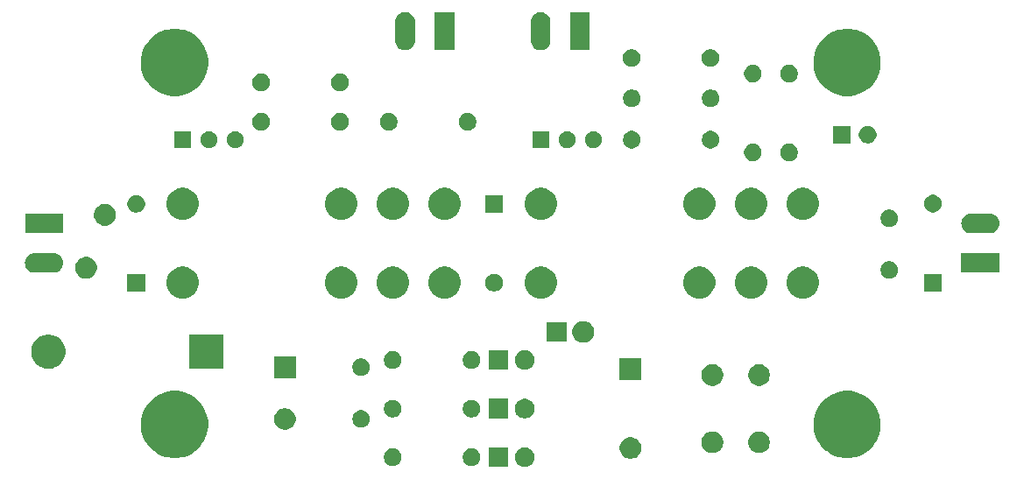
<source format=gbs>
G04 #@! TF.GenerationSoftware,KiCad,Pcbnew,(5.1.5)-3*
G04 #@! TF.CreationDate,2020-06-07T19:07:22+03:00*
G04 #@! TF.ProjectId,WaterLevelController_V1,57617465-724c-4657-9665-6c436f6e7472,rev?*
G04 #@! TF.SameCoordinates,Original*
G04 #@! TF.FileFunction,Soldermask,Bot*
G04 #@! TF.FilePolarity,Negative*
%FSLAX46Y46*%
G04 Gerber Fmt 4.6, Leading zero omitted, Abs format (unit mm)*
G04 Created by KiCad (PCBNEW (5.1.5)-3) date 2020-06-07 19:07:22*
%MOMM*%
%LPD*%
G04 APERTURE LIST*
%ADD10C,0.100000*%
G04 APERTURE END LIST*
D10*
G36*
X151717395Y-119785546D02*
G01*
X151890466Y-119857234D01*
X151959729Y-119903514D01*
X152046227Y-119961310D01*
X152178690Y-120093773D01*
X152221284Y-120157520D01*
X152282766Y-120249534D01*
X152354454Y-120422605D01*
X152391000Y-120606333D01*
X152391000Y-120793667D01*
X152354454Y-120977395D01*
X152282766Y-121150466D01*
X152282765Y-121150467D01*
X152178690Y-121306227D01*
X152046227Y-121438690D01*
X152023092Y-121454148D01*
X151890466Y-121542766D01*
X151717395Y-121614454D01*
X151533667Y-121651000D01*
X151346333Y-121651000D01*
X151162605Y-121614454D01*
X150989534Y-121542766D01*
X150856908Y-121454148D01*
X150833773Y-121438690D01*
X150701310Y-121306227D01*
X150597235Y-121150467D01*
X150597234Y-121150466D01*
X150525546Y-120977395D01*
X150489000Y-120793667D01*
X150489000Y-120606333D01*
X150525546Y-120422605D01*
X150597234Y-120249534D01*
X150658716Y-120157520D01*
X150701310Y-120093773D01*
X150833773Y-119961310D01*
X150920271Y-119903514D01*
X150989534Y-119857234D01*
X151162605Y-119785546D01*
X151346333Y-119749000D01*
X151533667Y-119749000D01*
X151717395Y-119785546D01*
G37*
G36*
X149851000Y-121651000D02*
G01*
X147949000Y-121651000D01*
X147949000Y-119749000D01*
X149851000Y-119749000D01*
X149851000Y-121651000D01*
G37*
G36*
X138932228Y-119881703D02*
G01*
X139087100Y-119945853D01*
X139226481Y-120038985D01*
X139345015Y-120157519D01*
X139438147Y-120296900D01*
X139502297Y-120451772D01*
X139535000Y-120616184D01*
X139535000Y-120783816D01*
X139502297Y-120948228D01*
X139438147Y-121103100D01*
X139345015Y-121242481D01*
X139226481Y-121361015D01*
X139087100Y-121454147D01*
X138932228Y-121518297D01*
X138767816Y-121551000D01*
X138600184Y-121551000D01*
X138435772Y-121518297D01*
X138280900Y-121454147D01*
X138141519Y-121361015D01*
X138022985Y-121242481D01*
X137929853Y-121103100D01*
X137865703Y-120948228D01*
X137833000Y-120783816D01*
X137833000Y-120616184D01*
X137865703Y-120451772D01*
X137929853Y-120296900D01*
X138022985Y-120157519D01*
X138141519Y-120038985D01*
X138280900Y-119945853D01*
X138435772Y-119881703D01*
X138600184Y-119849000D01*
X138767816Y-119849000D01*
X138932228Y-119881703D01*
G37*
G36*
X146552228Y-119881703D02*
G01*
X146707100Y-119945853D01*
X146846481Y-120038985D01*
X146965015Y-120157519D01*
X147058147Y-120296900D01*
X147122297Y-120451772D01*
X147155000Y-120616184D01*
X147155000Y-120783816D01*
X147122297Y-120948228D01*
X147058147Y-121103100D01*
X146965015Y-121242481D01*
X146846481Y-121361015D01*
X146707100Y-121454147D01*
X146552228Y-121518297D01*
X146387816Y-121551000D01*
X146220184Y-121551000D01*
X146055772Y-121518297D01*
X145900900Y-121454147D01*
X145761519Y-121361015D01*
X145642985Y-121242481D01*
X145549853Y-121103100D01*
X145485703Y-120948228D01*
X145453000Y-120783816D01*
X145453000Y-120616184D01*
X145485703Y-120451772D01*
X145549853Y-120296900D01*
X145642985Y-120157519D01*
X145761519Y-120038985D01*
X145900900Y-119945853D01*
X146055772Y-119881703D01*
X146220184Y-119849000D01*
X146387816Y-119849000D01*
X146552228Y-119881703D01*
G37*
G36*
X161977564Y-118789389D02*
G01*
X162168833Y-118868615D01*
X162168835Y-118868616D01*
X162180996Y-118876742D01*
X162340973Y-118983635D01*
X162487365Y-119130027D01*
X162602385Y-119302167D01*
X162681611Y-119493436D01*
X162722000Y-119696484D01*
X162722000Y-119903516D01*
X162681611Y-120106564D01*
X162602771Y-120296900D01*
X162602384Y-120297835D01*
X162487365Y-120469973D01*
X162340973Y-120616365D01*
X162168835Y-120731384D01*
X162168834Y-120731385D01*
X162168833Y-120731385D01*
X161977564Y-120810611D01*
X161774516Y-120851000D01*
X161567484Y-120851000D01*
X161364436Y-120810611D01*
X161173167Y-120731385D01*
X161173166Y-120731385D01*
X161173165Y-120731384D01*
X161001027Y-120616365D01*
X160854635Y-120469973D01*
X160739616Y-120297835D01*
X160739229Y-120296900D01*
X160660389Y-120106564D01*
X160620000Y-119903516D01*
X160620000Y-119696484D01*
X160660389Y-119493436D01*
X160739615Y-119302167D01*
X160854635Y-119130027D01*
X161001027Y-118983635D01*
X161161004Y-118876742D01*
X161173165Y-118868616D01*
X161173167Y-118868615D01*
X161364436Y-118789389D01*
X161567484Y-118749000D01*
X161774516Y-118749000D01*
X161977564Y-118789389D01*
G37*
G36*
X183249239Y-114341467D02*
G01*
X183563282Y-114403934D01*
X184154926Y-114649001D01*
X184687392Y-115004784D01*
X185140216Y-115457608D01*
X185495999Y-115990074D01*
X185741066Y-116581718D01*
X185741066Y-116581719D01*
X185866000Y-117209803D01*
X185866000Y-117850197D01*
X185826058Y-118051000D01*
X185741066Y-118478282D01*
X185495999Y-119069926D01*
X185248265Y-119440685D01*
X185140217Y-119602391D01*
X184687391Y-120055217D01*
X184610543Y-120106565D01*
X184154926Y-120410999D01*
X183563282Y-120656066D01*
X183249239Y-120718533D01*
X182935197Y-120781000D01*
X182294803Y-120781000D01*
X181980761Y-120718533D01*
X181666718Y-120656066D01*
X181075074Y-120410999D01*
X180619457Y-120106565D01*
X180542609Y-120055217D01*
X180089783Y-119602391D01*
X179981735Y-119440685D01*
X179734001Y-119069926D01*
X179488934Y-118478282D01*
X179403942Y-118051000D01*
X179364000Y-117850197D01*
X179364000Y-117209803D01*
X179488934Y-116581719D01*
X179488934Y-116581718D01*
X179734001Y-115990074D01*
X180089784Y-115457608D01*
X180542608Y-115004784D01*
X181075074Y-114649001D01*
X181666718Y-114403934D01*
X181980761Y-114341467D01*
X182294803Y-114279000D01*
X182935197Y-114279000D01*
X183249239Y-114341467D01*
G37*
G36*
X118249239Y-114341467D02*
G01*
X118563282Y-114403934D01*
X119154926Y-114649001D01*
X119687392Y-115004784D01*
X120140216Y-115457608D01*
X120495999Y-115990074D01*
X120741066Y-116581718D01*
X120741066Y-116581719D01*
X120866000Y-117209803D01*
X120866000Y-117850197D01*
X120826058Y-118051000D01*
X120741066Y-118478282D01*
X120495999Y-119069926D01*
X120248265Y-119440685D01*
X120140217Y-119602391D01*
X119687391Y-120055217D01*
X119610543Y-120106565D01*
X119154926Y-120410999D01*
X118563282Y-120656066D01*
X118249239Y-120718533D01*
X117935197Y-120781000D01*
X117294803Y-120781000D01*
X116980761Y-120718533D01*
X116666718Y-120656066D01*
X116075074Y-120410999D01*
X115619457Y-120106565D01*
X115542609Y-120055217D01*
X115089783Y-119602391D01*
X114981735Y-119440685D01*
X114734001Y-119069926D01*
X114488934Y-118478282D01*
X114403942Y-118051000D01*
X114364000Y-117850197D01*
X114364000Y-117209803D01*
X114488934Y-116581719D01*
X114488934Y-116581718D01*
X114734001Y-115990074D01*
X115089784Y-115457608D01*
X115542608Y-115004784D01*
X116075074Y-114649001D01*
X116666718Y-114403934D01*
X116980761Y-114341467D01*
X117294803Y-114279000D01*
X117935197Y-114279000D01*
X118249239Y-114341467D01*
G37*
G36*
X169906564Y-118239389D02*
G01*
X170097833Y-118318615D01*
X170097835Y-118318616D01*
X170269973Y-118433635D01*
X170416365Y-118580027D01*
X170531385Y-118752167D01*
X170610611Y-118943436D01*
X170651000Y-119146484D01*
X170651000Y-119353516D01*
X170610611Y-119556564D01*
X170544417Y-119716371D01*
X170531384Y-119747835D01*
X170416365Y-119919973D01*
X170269973Y-120066365D01*
X170097835Y-120181384D01*
X170097834Y-120181385D01*
X170097833Y-120181385D01*
X169906564Y-120260611D01*
X169703516Y-120301000D01*
X169496484Y-120301000D01*
X169293436Y-120260611D01*
X169102167Y-120181385D01*
X169102166Y-120181385D01*
X169102165Y-120181384D01*
X168930027Y-120066365D01*
X168783635Y-119919973D01*
X168668616Y-119747835D01*
X168655583Y-119716371D01*
X168589389Y-119556564D01*
X168549000Y-119353516D01*
X168549000Y-119146484D01*
X168589389Y-118943436D01*
X168668615Y-118752167D01*
X168783635Y-118580027D01*
X168930027Y-118433635D01*
X169102165Y-118318616D01*
X169102167Y-118318615D01*
X169293436Y-118239389D01*
X169496484Y-118199000D01*
X169703516Y-118199000D01*
X169906564Y-118239389D01*
G37*
G36*
X174406564Y-118239389D02*
G01*
X174597833Y-118318615D01*
X174597835Y-118318616D01*
X174769973Y-118433635D01*
X174916365Y-118580027D01*
X175031385Y-118752167D01*
X175110611Y-118943436D01*
X175151000Y-119146484D01*
X175151000Y-119353516D01*
X175110611Y-119556564D01*
X175044417Y-119716371D01*
X175031384Y-119747835D01*
X174916365Y-119919973D01*
X174769973Y-120066365D01*
X174597835Y-120181384D01*
X174597834Y-120181385D01*
X174597833Y-120181385D01*
X174406564Y-120260611D01*
X174203516Y-120301000D01*
X173996484Y-120301000D01*
X173793436Y-120260611D01*
X173602167Y-120181385D01*
X173602166Y-120181385D01*
X173602165Y-120181384D01*
X173430027Y-120066365D01*
X173283635Y-119919973D01*
X173168616Y-119747835D01*
X173155583Y-119716371D01*
X173089389Y-119556564D01*
X173049000Y-119353516D01*
X173049000Y-119146484D01*
X173089389Y-118943436D01*
X173168615Y-118752167D01*
X173283635Y-118580027D01*
X173430027Y-118433635D01*
X173602165Y-118318616D01*
X173602167Y-118318615D01*
X173793436Y-118239389D01*
X173996484Y-118199000D01*
X174203516Y-118199000D01*
X174406564Y-118239389D01*
G37*
G36*
X128576564Y-115989389D02*
G01*
X128767833Y-116068615D01*
X128767835Y-116068616D01*
X128790583Y-116083816D01*
X128939973Y-116183635D01*
X129086365Y-116330027D01*
X129201385Y-116502167D01*
X129280611Y-116693436D01*
X129321000Y-116896484D01*
X129321000Y-117103516D01*
X129280611Y-117306564D01*
X129206460Y-117485580D01*
X129201384Y-117497835D01*
X129086365Y-117669973D01*
X128939973Y-117816365D01*
X128767835Y-117931384D01*
X128767834Y-117931385D01*
X128767833Y-117931385D01*
X128576564Y-118010611D01*
X128373516Y-118051000D01*
X128166484Y-118051000D01*
X127963436Y-118010611D01*
X127772167Y-117931385D01*
X127772166Y-117931385D01*
X127772165Y-117931384D01*
X127600027Y-117816365D01*
X127453635Y-117669973D01*
X127338616Y-117497835D01*
X127333540Y-117485580D01*
X127259389Y-117306564D01*
X127219000Y-117103516D01*
X127219000Y-116896484D01*
X127259389Y-116693436D01*
X127338615Y-116502167D01*
X127453635Y-116330027D01*
X127600027Y-116183635D01*
X127749417Y-116083816D01*
X127772165Y-116068616D01*
X127772167Y-116068615D01*
X127963436Y-115989389D01*
X128166484Y-115949000D01*
X128373516Y-115949000D01*
X128576564Y-115989389D01*
G37*
G36*
X135884228Y-116181703D02*
G01*
X136039100Y-116245853D01*
X136178481Y-116338985D01*
X136297015Y-116457519D01*
X136390147Y-116596900D01*
X136454297Y-116751772D01*
X136487000Y-116916184D01*
X136487000Y-117083816D01*
X136454297Y-117248228D01*
X136390147Y-117403100D01*
X136297015Y-117542481D01*
X136178481Y-117661015D01*
X136039100Y-117754147D01*
X135884228Y-117818297D01*
X135719816Y-117851000D01*
X135552184Y-117851000D01*
X135387772Y-117818297D01*
X135232900Y-117754147D01*
X135093519Y-117661015D01*
X134974985Y-117542481D01*
X134881853Y-117403100D01*
X134817703Y-117248228D01*
X134785000Y-117083816D01*
X134785000Y-116916184D01*
X134817703Y-116751772D01*
X134881853Y-116596900D01*
X134974985Y-116457519D01*
X135093519Y-116338985D01*
X135232900Y-116245853D01*
X135387772Y-116181703D01*
X135552184Y-116149000D01*
X135719816Y-116149000D01*
X135884228Y-116181703D01*
G37*
G36*
X151717395Y-115085546D02*
G01*
X151890466Y-115157234D01*
X151927086Y-115181703D01*
X152046227Y-115261310D01*
X152178690Y-115393773D01*
X152221284Y-115457520D01*
X152282766Y-115549534D01*
X152354454Y-115722605D01*
X152391000Y-115906333D01*
X152391000Y-116093667D01*
X152354454Y-116277395D01*
X152282766Y-116450466D01*
X152248222Y-116502165D01*
X152178690Y-116606227D01*
X152046227Y-116738690D01*
X152023092Y-116754148D01*
X151890466Y-116842766D01*
X151717395Y-116914454D01*
X151533667Y-116951000D01*
X151346333Y-116951000D01*
X151162605Y-116914454D01*
X150989534Y-116842766D01*
X150856908Y-116754148D01*
X150833773Y-116738690D01*
X150701310Y-116606227D01*
X150631778Y-116502165D01*
X150597234Y-116450466D01*
X150525546Y-116277395D01*
X150489000Y-116093667D01*
X150489000Y-115906333D01*
X150525546Y-115722605D01*
X150597234Y-115549534D01*
X150658716Y-115457520D01*
X150701310Y-115393773D01*
X150833773Y-115261310D01*
X150952914Y-115181703D01*
X150989534Y-115157234D01*
X151162605Y-115085546D01*
X151346333Y-115049000D01*
X151533667Y-115049000D01*
X151717395Y-115085546D01*
G37*
G36*
X149851000Y-116951000D02*
G01*
X147949000Y-116951000D01*
X147949000Y-115049000D01*
X149851000Y-115049000D01*
X149851000Y-116951000D01*
G37*
G36*
X138932228Y-115181703D02*
G01*
X139087100Y-115245853D01*
X139226481Y-115338985D01*
X139345015Y-115457519D01*
X139438147Y-115596900D01*
X139502297Y-115751772D01*
X139535000Y-115916184D01*
X139535000Y-116083816D01*
X139502297Y-116248228D01*
X139438147Y-116403100D01*
X139345015Y-116542481D01*
X139226481Y-116661015D01*
X139087100Y-116754147D01*
X138932228Y-116818297D01*
X138767816Y-116851000D01*
X138600184Y-116851000D01*
X138435772Y-116818297D01*
X138280900Y-116754147D01*
X138141519Y-116661015D01*
X138022985Y-116542481D01*
X137929853Y-116403100D01*
X137865703Y-116248228D01*
X137833000Y-116083816D01*
X137833000Y-115916184D01*
X137865703Y-115751772D01*
X137929853Y-115596900D01*
X138022985Y-115457519D01*
X138141519Y-115338985D01*
X138280900Y-115245853D01*
X138435772Y-115181703D01*
X138600184Y-115149000D01*
X138767816Y-115149000D01*
X138932228Y-115181703D01*
G37*
G36*
X146552228Y-115181703D02*
G01*
X146707100Y-115245853D01*
X146846481Y-115338985D01*
X146965015Y-115457519D01*
X147058147Y-115596900D01*
X147122297Y-115751772D01*
X147155000Y-115916184D01*
X147155000Y-116083816D01*
X147122297Y-116248228D01*
X147058147Y-116403100D01*
X146965015Y-116542481D01*
X146846481Y-116661015D01*
X146707100Y-116754147D01*
X146552228Y-116818297D01*
X146387816Y-116851000D01*
X146220184Y-116851000D01*
X146055772Y-116818297D01*
X145900900Y-116754147D01*
X145761519Y-116661015D01*
X145642985Y-116542481D01*
X145549853Y-116403100D01*
X145485703Y-116248228D01*
X145453000Y-116083816D01*
X145453000Y-115916184D01*
X145485703Y-115751772D01*
X145549853Y-115596900D01*
X145642985Y-115457519D01*
X145761519Y-115338985D01*
X145900900Y-115245853D01*
X146055772Y-115181703D01*
X146220184Y-115149000D01*
X146387816Y-115149000D01*
X146552228Y-115181703D01*
G37*
G36*
X174406564Y-111739389D02*
G01*
X174597833Y-111818615D01*
X174597835Y-111818616D01*
X174769973Y-111933635D01*
X174916365Y-112080027D01*
X175030606Y-112251000D01*
X175031385Y-112252167D01*
X175110611Y-112443436D01*
X175151000Y-112646484D01*
X175151000Y-112853516D01*
X175110611Y-113056564D01*
X175031385Y-113247833D01*
X175031384Y-113247835D01*
X174916365Y-113419973D01*
X174769973Y-113566365D01*
X174597835Y-113681384D01*
X174597834Y-113681385D01*
X174597833Y-113681385D01*
X174406564Y-113760611D01*
X174203516Y-113801000D01*
X173996484Y-113801000D01*
X173793436Y-113760611D01*
X173602167Y-113681385D01*
X173602166Y-113681385D01*
X173602165Y-113681384D01*
X173430027Y-113566365D01*
X173283635Y-113419973D01*
X173168616Y-113247835D01*
X173168615Y-113247833D01*
X173089389Y-113056564D01*
X173049000Y-112853516D01*
X173049000Y-112646484D01*
X173089389Y-112443436D01*
X173168615Y-112252167D01*
X173169395Y-112251000D01*
X173283635Y-112080027D01*
X173430027Y-111933635D01*
X173602165Y-111818616D01*
X173602167Y-111818615D01*
X173793436Y-111739389D01*
X173996484Y-111699000D01*
X174203516Y-111699000D01*
X174406564Y-111739389D01*
G37*
G36*
X169906564Y-111739389D02*
G01*
X170097833Y-111818615D01*
X170097835Y-111818616D01*
X170269973Y-111933635D01*
X170416365Y-112080027D01*
X170530606Y-112251000D01*
X170531385Y-112252167D01*
X170610611Y-112443436D01*
X170651000Y-112646484D01*
X170651000Y-112853516D01*
X170610611Y-113056564D01*
X170531385Y-113247833D01*
X170531384Y-113247835D01*
X170416365Y-113419973D01*
X170269973Y-113566365D01*
X170097835Y-113681384D01*
X170097834Y-113681385D01*
X170097833Y-113681385D01*
X169906564Y-113760611D01*
X169703516Y-113801000D01*
X169496484Y-113801000D01*
X169293436Y-113760611D01*
X169102167Y-113681385D01*
X169102166Y-113681385D01*
X169102165Y-113681384D01*
X168930027Y-113566365D01*
X168783635Y-113419973D01*
X168668616Y-113247835D01*
X168668615Y-113247833D01*
X168589389Y-113056564D01*
X168549000Y-112853516D01*
X168549000Y-112646484D01*
X168589389Y-112443436D01*
X168668615Y-112252167D01*
X168669395Y-112251000D01*
X168783635Y-112080027D01*
X168930027Y-111933635D01*
X169102165Y-111818616D01*
X169102167Y-111818615D01*
X169293436Y-111739389D01*
X169496484Y-111699000D01*
X169703516Y-111699000D01*
X169906564Y-111739389D01*
G37*
G36*
X162722000Y-113251000D02*
G01*
X160620000Y-113251000D01*
X160620000Y-111149000D01*
X162722000Y-111149000D01*
X162722000Y-113251000D01*
G37*
G36*
X129321000Y-113051000D02*
G01*
X127219000Y-113051000D01*
X127219000Y-110949000D01*
X129321000Y-110949000D01*
X129321000Y-113051000D01*
G37*
G36*
X135884228Y-111181703D02*
G01*
X136039100Y-111245853D01*
X136178481Y-111338985D01*
X136297015Y-111457519D01*
X136390147Y-111596900D01*
X136454297Y-111751772D01*
X136487000Y-111916184D01*
X136487000Y-112083816D01*
X136454297Y-112248228D01*
X136390147Y-112403100D01*
X136297015Y-112542481D01*
X136178481Y-112661015D01*
X136039100Y-112754147D01*
X135884228Y-112818297D01*
X135719816Y-112851000D01*
X135552184Y-112851000D01*
X135387772Y-112818297D01*
X135232900Y-112754147D01*
X135093519Y-112661015D01*
X134974985Y-112542481D01*
X134881853Y-112403100D01*
X134817703Y-112248228D01*
X134785000Y-112083816D01*
X134785000Y-111916184D01*
X134817703Y-111751772D01*
X134881853Y-111596900D01*
X134974985Y-111457519D01*
X135093519Y-111338985D01*
X135232900Y-111245853D01*
X135387772Y-111181703D01*
X135552184Y-111149000D01*
X135719816Y-111149000D01*
X135884228Y-111181703D01*
G37*
G36*
X151717395Y-110385546D02*
G01*
X151890466Y-110457234D01*
X151890467Y-110457235D01*
X152046227Y-110561310D01*
X152178690Y-110693773D01*
X152221284Y-110757520D01*
X152282766Y-110849534D01*
X152354454Y-111022605D01*
X152391000Y-111206333D01*
X152391000Y-111393667D01*
X152354454Y-111577395D01*
X152282766Y-111750466D01*
X152282765Y-111750467D01*
X152178690Y-111906227D01*
X152046227Y-112038690D01*
X151978692Y-112083815D01*
X151890466Y-112142766D01*
X151717395Y-112214454D01*
X151533667Y-112251000D01*
X151346333Y-112251000D01*
X151162605Y-112214454D01*
X150989534Y-112142766D01*
X150901308Y-112083815D01*
X150833773Y-112038690D01*
X150701310Y-111906227D01*
X150597235Y-111750467D01*
X150597234Y-111750466D01*
X150525546Y-111577395D01*
X150489000Y-111393667D01*
X150489000Y-111206333D01*
X150525546Y-111022605D01*
X150597234Y-110849534D01*
X150658716Y-110757520D01*
X150701310Y-110693773D01*
X150833773Y-110561310D01*
X150989533Y-110457235D01*
X150989534Y-110457234D01*
X151162605Y-110385546D01*
X151346333Y-110349000D01*
X151533667Y-110349000D01*
X151717395Y-110385546D01*
G37*
G36*
X149851000Y-112251000D02*
G01*
X147949000Y-112251000D01*
X147949000Y-110349000D01*
X149851000Y-110349000D01*
X149851000Y-112251000D01*
G37*
G36*
X138932228Y-110481703D02*
G01*
X139087100Y-110545853D01*
X139226481Y-110638985D01*
X139345015Y-110757519D01*
X139438147Y-110896900D01*
X139502297Y-111051772D01*
X139535000Y-111216184D01*
X139535000Y-111383816D01*
X139502297Y-111548228D01*
X139438147Y-111703100D01*
X139345015Y-111842481D01*
X139226481Y-111961015D01*
X139087100Y-112054147D01*
X138932228Y-112118297D01*
X138767816Y-112151000D01*
X138600184Y-112151000D01*
X138435772Y-112118297D01*
X138280900Y-112054147D01*
X138141519Y-111961015D01*
X138022985Y-111842481D01*
X137929853Y-111703100D01*
X137865703Y-111548228D01*
X137833000Y-111383816D01*
X137833000Y-111216184D01*
X137865703Y-111051772D01*
X137929853Y-110896900D01*
X138022985Y-110757519D01*
X138141519Y-110638985D01*
X138280900Y-110545853D01*
X138435772Y-110481703D01*
X138600184Y-110449000D01*
X138767816Y-110449000D01*
X138932228Y-110481703D01*
G37*
G36*
X146552228Y-110481703D02*
G01*
X146707100Y-110545853D01*
X146846481Y-110638985D01*
X146965015Y-110757519D01*
X147058147Y-110896900D01*
X147122297Y-111051772D01*
X147155000Y-111216184D01*
X147155000Y-111383816D01*
X147122297Y-111548228D01*
X147058147Y-111703100D01*
X146965015Y-111842481D01*
X146846481Y-111961015D01*
X146707100Y-112054147D01*
X146552228Y-112118297D01*
X146387816Y-112151000D01*
X146220184Y-112151000D01*
X146055772Y-112118297D01*
X145900900Y-112054147D01*
X145761519Y-111961015D01*
X145642985Y-111842481D01*
X145549853Y-111703100D01*
X145485703Y-111548228D01*
X145453000Y-111383816D01*
X145453000Y-111216184D01*
X145485703Y-111051772D01*
X145549853Y-110896900D01*
X145642985Y-110757519D01*
X145761519Y-110638985D01*
X145900900Y-110545853D01*
X146055772Y-110481703D01*
X146220184Y-110449000D01*
X146387816Y-110449000D01*
X146552228Y-110481703D01*
G37*
G36*
X105785256Y-108881298D02*
G01*
X105891579Y-108902447D01*
X106192042Y-109026903D01*
X106462451Y-109207585D01*
X106692415Y-109437549D01*
X106873097Y-109707958D01*
X106997553Y-110008421D01*
X107061000Y-110327391D01*
X107061000Y-110652609D01*
X106997553Y-110971579D01*
X106873097Y-111272042D01*
X106692415Y-111542451D01*
X106462451Y-111772415D01*
X106192042Y-111953097D01*
X106192041Y-111953098D01*
X106192040Y-111953098D01*
X106104037Y-111989550D01*
X105891579Y-112077553D01*
X105785256Y-112098702D01*
X105572611Y-112141000D01*
X105247389Y-112141000D01*
X105034744Y-112098702D01*
X104928421Y-112077553D01*
X104715963Y-111989550D01*
X104627960Y-111953098D01*
X104627959Y-111953098D01*
X104627958Y-111953097D01*
X104357549Y-111772415D01*
X104127585Y-111542451D01*
X103946903Y-111272042D01*
X103822447Y-110971579D01*
X103759000Y-110652609D01*
X103759000Y-110327391D01*
X103822447Y-110008421D01*
X103946903Y-109707958D01*
X104127585Y-109437549D01*
X104357549Y-109207585D01*
X104627958Y-109026903D01*
X104928421Y-108902447D01*
X105034744Y-108881298D01*
X105247389Y-108839000D01*
X105572611Y-108839000D01*
X105785256Y-108881298D01*
G37*
G36*
X122301000Y-112141000D02*
G01*
X118999000Y-112141000D01*
X118999000Y-108839000D01*
X122301000Y-108839000D01*
X122301000Y-112141000D01*
G37*
G36*
X157405564Y-107574389D02*
G01*
X157596833Y-107653615D01*
X157596835Y-107653616D01*
X157768973Y-107768635D01*
X157915365Y-107915027D01*
X158030385Y-108087167D01*
X158109611Y-108278436D01*
X158150000Y-108481484D01*
X158150000Y-108688516D01*
X158109611Y-108891564D01*
X158105103Y-108902447D01*
X158030384Y-109082835D01*
X157915365Y-109254973D01*
X157768973Y-109401365D01*
X157596835Y-109516384D01*
X157596834Y-109516385D01*
X157596833Y-109516385D01*
X157405564Y-109595611D01*
X157202516Y-109636000D01*
X156995484Y-109636000D01*
X156792436Y-109595611D01*
X156601167Y-109516385D01*
X156601166Y-109516385D01*
X156601165Y-109516384D01*
X156429027Y-109401365D01*
X156282635Y-109254973D01*
X156167616Y-109082835D01*
X156092897Y-108902447D01*
X156088389Y-108891564D01*
X156048000Y-108688516D01*
X156048000Y-108481484D01*
X156088389Y-108278436D01*
X156167615Y-108087167D01*
X156282635Y-107915027D01*
X156429027Y-107768635D01*
X156601165Y-107653616D01*
X156601167Y-107653615D01*
X156792436Y-107574389D01*
X156995484Y-107534000D01*
X157202516Y-107534000D01*
X157405564Y-107574389D01*
G37*
G36*
X155510000Y-109536000D02*
G01*
X153608000Y-109536000D01*
X153608000Y-107634000D01*
X155510000Y-107634000D01*
X155510000Y-109536000D01*
G37*
G36*
X139022585Y-102298802D02*
G01*
X139172410Y-102328604D01*
X139454674Y-102445521D01*
X139708705Y-102615259D01*
X139924741Y-102831295D01*
X140094479Y-103085326D01*
X140211396Y-103367590D01*
X140271000Y-103667240D01*
X140271000Y-103972760D01*
X140211396Y-104272410D01*
X140094479Y-104554674D01*
X139924741Y-104808705D01*
X139708705Y-105024741D01*
X139454674Y-105194479D01*
X139172410Y-105311396D01*
X139022585Y-105341198D01*
X138872761Y-105371000D01*
X138567239Y-105371000D01*
X138417415Y-105341198D01*
X138267590Y-105311396D01*
X137985326Y-105194479D01*
X137731295Y-105024741D01*
X137515259Y-104808705D01*
X137345521Y-104554674D01*
X137228604Y-104272410D01*
X137169000Y-103972760D01*
X137169000Y-103667240D01*
X137228604Y-103367590D01*
X137345521Y-103085326D01*
X137515259Y-102831295D01*
X137731295Y-102615259D01*
X137985326Y-102445521D01*
X138267590Y-102328604D01*
X138417415Y-102298802D01*
X138567239Y-102269000D01*
X138872761Y-102269000D01*
X139022585Y-102298802D01*
G37*
G36*
X144022585Y-102298802D02*
G01*
X144172410Y-102328604D01*
X144454674Y-102445521D01*
X144708705Y-102615259D01*
X144924741Y-102831295D01*
X145094479Y-103085326D01*
X145211396Y-103367590D01*
X145271000Y-103667240D01*
X145271000Y-103972760D01*
X145211396Y-104272410D01*
X145094479Y-104554674D01*
X144924741Y-104808705D01*
X144708705Y-105024741D01*
X144454674Y-105194479D01*
X144172410Y-105311396D01*
X144022585Y-105341198D01*
X143872761Y-105371000D01*
X143567239Y-105371000D01*
X143417415Y-105341198D01*
X143267590Y-105311396D01*
X142985326Y-105194479D01*
X142731295Y-105024741D01*
X142515259Y-104808705D01*
X142345521Y-104554674D01*
X142228604Y-104272410D01*
X142169000Y-103972760D01*
X142169000Y-103667240D01*
X142228604Y-103367590D01*
X142345521Y-103085326D01*
X142515259Y-102831295D01*
X142731295Y-102615259D01*
X142985326Y-102445521D01*
X143267590Y-102328604D01*
X143417415Y-102298802D01*
X143567239Y-102269000D01*
X143872761Y-102269000D01*
X144022585Y-102298802D01*
G37*
G36*
X134022585Y-102298802D02*
G01*
X134172410Y-102328604D01*
X134454674Y-102445521D01*
X134708705Y-102615259D01*
X134924741Y-102831295D01*
X135094479Y-103085326D01*
X135211396Y-103367590D01*
X135271000Y-103667240D01*
X135271000Y-103972760D01*
X135211396Y-104272410D01*
X135094479Y-104554674D01*
X134924741Y-104808705D01*
X134708705Y-105024741D01*
X134454674Y-105194479D01*
X134172410Y-105311396D01*
X134022585Y-105341198D01*
X133872761Y-105371000D01*
X133567239Y-105371000D01*
X133417415Y-105341198D01*
X133267590Y-105311396D01*
X132985326Y-105194479D01*
X132731295Y-105024741D01*
X132515259Y-104808705D01*
X132345521Y-104554674D01*
X132228604Y-104272410D01*
X132169000Y-103972760D01*
X132169000Y-103667240D01*
X132228604Y-103367590D01*
X132345521Y-103085326D01*
X132515259Y-102831295D01*
X132731295Y-102615259D01*
X132985326Y-102445521D01*
X133267590Y-102328604D01*
X133417415Y-102298802D01*
X133567239Y-102269000D01*
X133872761Y-102269000D01*
X134022585Y-102298802D01*
G37*
G36*
X118702585Y-102298802D02*
G01*
X118852410Y-102328604D01*
X119134674Y-102445521D01*
X119388705Y-102615259D01*
X119604741Y-102831295D01*
X119774479Y-103085326D01*
X119891396Y-103367590D01*
X119951000Y-103667240D01*
X119951000Y-103972760D01*
X119891396Y-104272410D01*
X119774479Y-104554674D01*
X119604741Y-104808705D01*
X119388705Y-105024741D01*
X119134674Y-105194479D01*
X118852410Y-105311396D01*
X118702585Y-105341198D01*
X118552761Y-105371000D01*
X118247239Y-105371000D01*
X118097415Y-105341198D01*
X117947590Y-105311396D01*
X117665326Y-105194479D01*
X117411295Y-105024741D01*
X117195259Y-104808705D01*
X117025521Y-104554674D01*
X116908604Y-104272410D01*
X116849000Y-103972760D01*
X116849000Y-103667240D01*
X116908604Y-103367590D01*
X117025521Y-103085326D01*
X117195259Y-102831295D01*
X117411295Y-102615259D01*
X117665326Y-102445521D01*
X117947590Y-102328604D01*
X118097415Y-102298802D01*
X118247239Y-102269000D01*
X118552761Y-102269000D01*
X118702585Y-102298802D01*
G37*
G36*
X153302585Y-102298802D02*
G01*
X153452410Y-102328604D01*
X153734674Y-102445521D01*
X153988705Y-102615259D01*
X154204741Y-102831295D01*
X154374479Y-103085326D01*
X154491396Y-103367590D01*
X154551000Y-103667240D01*
X154551000Y-103972760D01*
X154491396Y-104272410D01*
X154374479Y-104554674D01*
X154204741Y-104808705D01*
X153988705Y-105024741D01*
X153734674Y-105194479D01*
X153452410Y-105311396D01*
X153302585Y-105341198D01*
X153152761Y-105371000D01*
X152847239Y-105371000D01*
X152697415Y-105341198D01*
X152547590Y-105311396D01*
X152265326Y-105194479D01*
X152011295Y-105024741D01*
X151795259Y-104808705D01*
X151625521Y-104554674D01*
X151508604Y-104272410D01*
X151449000Y-103972760D01*
X151449000Y-103667240D01*
X151508604Y-103367590D01*
X151625521Y-103085326D01*
X151795259Y-102831295D01*
X152011295Y-102615259D01*
X152265326Y-102445521D01*
X152547590Y-102328604D01*
X152697415Y-102298802D01*
X152847239Y-102269000D01*
X153152761Y-102269000D01*
X153302585Y-102298802D01*
G37*
G36*
X178622585Y-102298802D02*
G01*
X178772410Y-102328604D01*
X179054674Y-102445521D01*
X179308705Y-102615259D01*
X179524741Y-102831295D01*
X179694479Y-103085326D01*
X179811396Y-103367590D01*
X179871000Y-103667240D01*
X179871000Y-103972760D01*
X179811396Y-104272410D01*
X179694479Y-104554674D01*
X179524741Y-104808705D01*
X179308705Y-105024741D01*
X179054674Y-105194479D01*
X178772410Y-105311396D01*
X178622585Y-105341198D01*
X178472761Y-105371000D01*
X178167239Y-105371000D01*
X178017415Y-105341198D01*
X177867590Y-105311396D01*
X177585326Y-105194479D01*
X177331295Y-105024741D01*
X177115259Y-104808705D01*
X176945521Y-104554674D01*
X176828604Y-104272410D01*
X176769000Y-103972760D01*
X176769000Y-103667240D01*
X176828604Y-103367590D01*
X176945521Y-103085326D01*
X177115259Y-102831295D01*
X177331295Y-102615259D01*
X177585326Y-102445521D01*
X177867590Y-102328604D01*
X178017415Y-102298802D01*
X178167239Y-102269000D01*
X178472761Y-102269000D01*
X178622585Y-102298802D01*
G37*
G36*
X168622585Y-102298802D02*
G01*
X168772410Y-102328604D01*
X169054674Y-102445521D01*
X169308705Y-102615259D01*
X169524741Y-102831295D01*
X169694479Y-103085326D01*
X169811396Y-103367590D01*
X169871000Y-103667240D01*
X169871000Y-103972760D01*
X169811396Y-104272410D01*
X169694479Y-104554674D01*
X169524741Y-104808705D01*
X169308705Y-105024741D01*
X169054674Y-105194479D01*
X168772410Y-105311396D01*
X168622585Y-105341198D01*
X168472761Y-105371000D01*
X168167239Y-105371000D01*
X168017415Y-105341198D01*
X167867590Y-105311396D01*
X167585326Y-105194479D01*
X167331295Y-105024741D01*
X167115259Y-104808705D01*
X166945521Y-104554674D01*
X166828604Y-104272410D01*
X166769000Y-103972760D01*
X166769000Y-103667240D01*
X166828604Y-103367590D01*
X166945521Y-103085326D01*
X167115259Y-102831295D01*
X167331295Y-102615259D01*
X167585326Y-102445521D01*
X167867590Y-102328604D01*
X168017415Y-102298802D01*
X168167239Y-102269000D01*
X168472761Y-102269000D01*
X168622585Y-102298802D01*
G37*
G36*
X173622585Y-102298802D02*
G01*
X173772410Y-102328604D01*
X174054674Y-102445521D01*
X174308705Y-102615259D01*
X174524741Y-102831295D01*
X174694479Y-103085326D01*
X174811396Y-103367590D01*
X174871000Y-103667240D01*
X174871000Y-103972760D01*
X174811396Y-104272410D01*
X174694479Y-104554674D01*
X174524741Y-104808705D01*
X174308705Y-105024741D01*
X174054674Y-105194479D01*
X173772410Y-105311396D01*
X173622585Y-105341198D01*
X173472761Y-105371000D01*
X173167239Y-105371000D01*
X173017415Y-105341198D01*
X172867590Y-105311396D01*
X172585326Y-105194479D01*
X172331295Y-105024741D01*
X172115259Y-104808705D01*
X171945521Y-104554674D01*
X171828604Y-104272410D01*
X171769000Y-103972760D01*
X171769000Y-103667240D01*
X171828604Y-103367590D01*
X171945521Y-103085326D01*
X172115259Y-102831295D01*
X172331295Y-102615259D01*
X172585326Y-102445521D01*
X172867590Y-102328604D01*
X173017415Y-102298802D01*
X173167239Y-102269000D01*
X173472761Y-102269000D01*
X173622585Y-102298802D01*
G37*
G36*
X191751000Y-104671000D02*
G01*
X190049000Y-104671000D01*
X190049000Y-102969000D01*
X191751000Y-102969000D01*
X191751000Y-104671000D01*
G37*
G36*
X148748228Y-103001703D02*
G01*
X148903100Y-103065853D01*
X149042481Y-103158985D01*
X149161015Y-103277519D01*
X149254147Y-103416900D01*
X149318297Y-103571772D01*
X149351000Y-103736184D01*
X149351000Y-103903816D01*
X149318297Y-104068228D01*
X149254147Y-104223100D01*
X149161015Y-104362481D01*
X149042481Y-104481015D01*
X148903100Y-104574147D01*
X148748228Y-104638297D01*
X148583816Y-104671000D01*
X148416184Y-104671000D01*
X148251772Y-104638297D01*
X148096900Y-104574147D01*
X147957519Y-104481015D01*
X147838985Y-104362481D01*
X147745853Y-104223100D01*
X147681703Y-104068228D01*
X147649000Y-103903816D01*
X147649000Y-103736184D01*
X147681703Y-103571772D01*
X147745853Y-103416900D01*
X147838985Y-103277519D01*
X147957519Y-103158985D01*
X148096900Y-103065853D01*
X148251772Y-103001703D01*
X148416184Y-102969000D01*
X148583816Y-102969000D01*
X148748228Y-103001703D01*
G37*
G36*
X114751000Y-104671000D02*
G01*
X113049000Y-104671000D01*
X113049000Y-102969000D01*
X114751000Y-102969000D01*
X114751000Y-104671000D01*
G37*
G36*
X186938228Y-101781703D02*
G01*
X187093100Y-101845853D01*
X187232481Y-101938985D01*
X187351015Y-102057519D01*
X187444147Y-102196900D01*
X187508297Y-102351772D01*
X187541000Y-102516184D01*
X187541000Y-102683816D01*
X187508297Y-102848228D01*
X187444147Y-103003100D01*
X187351015Y-103142481D01*
X187232481Y-103261015D01*
X187093100Y-103354147D01*
X186938228Y-103418297D01*
X186773816Y-103451000D01*
X186606184Y-103451000D01*
X186441772Y-103418297D01*
X186286900Y-103354147D01*
X186147519Y-103261015D01*
X186028985Y-103142481D01*
X185935853Y-103003100D01*
X185871703Y-102848228D01*
X185839000Y-102683816D01*
X185839000Y-102516184D01*
X185871703Y-102351772D01*
X185935853Y-102196900D01*
X186028985Y-102057519D01*
X186147519Y-101938985D01*
X186286900Y-101845853D01*
X186441772Y-101781703D01*
X186606184Y-101749000D01*
X186773816Y-101749000D01*
X186938228Y-101781703D01*
G37*
G36*
X109273615Y-101326290D02*
G01*
X109375624Y-101346581D01*
X109567804Y-101426185D01*
X109740761Y-101541751D01*
X109887849Y-101688839D01*
X110003415Y-101861796D01*
X110083019Y-102053976D01*
X110123600Y-102257993D01*
X110123600Y-102466007D01*
X110083019Y-102670024D01*
X110003415Y-102862204D01*
X109887849Y-103035161D01*
X109740761Y-103182249D01*
X109567804Y-103297815D01*
X109375624Y-103377419D01*
X109273615Y-103397710D01*
X109171608Y-103418000D01*
X108963592Y-103418000D01*
X108861585Y-103397710D01*
X108759576Y-103377419D01*
X108567396Y-103297815D01*
X108394439Y-103182249D01*
X108247351Y-103035161D01*
X108131785Y-102862204D01*
X108052181Y-102670024D01*
X108011600Y-102466007D01*
X108011600Y-102257993D01*
X108052181Y-102053976D01*
X108131785Y-101861796D01*
X108247351Y-101688839D01*
X108394439Y-101541751D01*
X108567396Y-101426185D01*
X108759576Y-101346581D01*
X108861585Y-101326290D01*
X108963592Y-101306000D01*
X109171608Y-101306000D01*
X109273615Y-101326290D01*
G37*
G36*
X106086425Y-100972760D02*
G01*
X106086428Y-100972761D01*
X106086429Y-100972761D01*
X106265693Y-101027140D01*
X106265696Y-101027142D01*
X106265697Y-101027142D01*
X106430903Y-101115446D01*
X106575712Y-101234288D01*
X106694554Y-101379097D01*
X106719723Y-101426186D01*
X106782860Y-101544307D01*
X106826703Y-101688839D01*
X106837240Y-101723575D01*
X106855601Y-101910000D01*
X106837240Y-102096425D01*
X106837239Y-102096428D01*
X106837239Y-102096429D01*
X106782860Y-102275693D01*
X106782858Y-102275696D01*
X106782858Y-102275697D01*
X106694554Y-102440903D01*
X106575712Y-102585712D01*
X106430903Y-102704554D01*
X106265697Y-102792858D01*
X106265693Y-102792860D01*
X106086429Y-102847239D01*
X106086428Y-102847239D01*
X106086425Y-102847240D01*
X105946718Y-102861000D01*
X104053282Y-102861000D01*
X103913575Y-102847240D01*
X103913572Y-102847239D01*
X103913571Y-102847239D01*
X103734307Y-102792860D01*
X103734303Y-102792858D01*
X103569097Y-102704554D01*
X103424288Y-102585712D01*
X103305446Y-102440903D01*
X103217142Y-102275697D01*
X103217142Y-102275696D01*
X103217140Y-102275693D01*
X103162761Y-102096429D01*
X103162761Y-102096428D01*
X103162760Y-102096425D01*
X103144399Y-101910000D01*
X103162760Y-101723575D01*
X103173297Y-101688839D01*
X103217140Y-101544307D01*
X103280277Y-101426186D01*
X103305446Y-101379097D01*
X103424288Y-101234288D01*
X103569097Y-101115446D01*
X103734303Y-101027142D01*
X103734304Y-101027142D01*
X103734307Y-101027140D01*
X103913571Y-100972761D01*
X103913572Y-100972761D01*
X103913575Y-100972760D01*
X104053282Y-100959000D01*
X105946718Y-100959000D01*
X106086425Y-100972760D01*
G37*
G36*
X197351000Y-102851000D02*
G01*
X193649000Y-102851000D01*
X193649000Y-100949000D01*
X197351000Y-100949000D01*
X197351000Y-102851000D01*
G37*
G36*
X106851000Y-99051000D02*
G01*
X103149000Y-99051000D01*
X103149000Y-97149000D01*
X106851000Y-97149000D01*
X106851000Y-99051000D01*
G37*
G36*
X196586425Y-97152760D02*
G01*
X196586428Y-97152761D01*
X196586429Y-97152761D01*
X196765693Y-97207140D01*
X196765696Y-97207142D01*
X196765697Y-97207142D01*
X196930903Y-97295446D01*
X197075712Y-97414288D01*
X197194554Y-97559097D01*
X197261217Y-97683816D01*
X197282860Y-97724307D01*
X197294356Y-97762205D01*
X197337240Y-97903575D01*
X197355601Y-98090000D01*
X197337240Y-98276425D01*
X197337239Y-98276428D01*
X197337239Y-98276429D01*
X197282860Y-98455693D01*
X197282858Y-98455696D01*
X197282858Y-98455697D01*
X197194554Y-98620903D01*
X197075712Y-98765712D01*
X196930903Y-98884554D01*
X196765697Y-98972858D01*
X196765693Y-98972860D01*
X196586429Y-99027239D01*
X196586428Y-99027239D01*
X196586425Y-99027240D01*
X196446718Y-99041000D01*
X194553282Y-99041000D01*
X194413575Y-99027240D01*
X194413572Y-99027239D01*
X194413571Y-99027239D01*
X194234307Y-98972860D01*
X194234303Y-98972858D01*
X194069097Y-98884554D01*
X193924288Y-98765712D01*
X193805446Y-98620903D01*
X193717142Y-98455697D01*
X193717142Y-98455696D01*
X193717140Y-98455693D01*
X193662761Y-98276429D01*
X193662761Y-98276428D01*
X193662760Y-98276425D01*
X193644399Y-98090000D01*
X193662760Y-97903575D01*
X193705644Y-97762205D01*
X193717140Y-97724307D01*
X193738783Y-97683816D01*
X193805446Y-97559097D01*
X193924288Y-97414288D01*
X194069097Y-97295446D01*
X194234303Y-97207142D01*
X194234304Y-97207142D01*
X194234307Y-97207140D01*
X194413571Y-97152761D01*
X194413572Y-97152761D01*
X194413575Y-97152760D01*
X194553282Y-97139000D01*
X196446718Y-97139000D01*
X196586425Y-97152760D01*
G37*
G36*
X186938228Y-96781703D02*
G01*
X187093100Y-96845853D01*
X187232481Y-96938985D01*
X187351015Y-97057519D01*
X187444147Y-97196900D01*
X187508297Y-97351772D01*
X187541000Y-97516184D01*
X187541000Y-97683816D01*
X187508297Y-97848228D01*
X187444147Y-98003100D01*
X187351015Y-98142481D01*
X187232481Y-98261015D01*
X187093100Y-98354147D01*
X186938228Y-98418297D01*
X186773816Y-98451000D01*
X186606184Y-98451000D01*
X186441772Y-98418297D01*
X186286900Y-98354147D01*
X186147519Y-98261015D01*
X186028985Y-98142481D01*
X185935853Y-98003100D01*
X185871703Y-97848228D01*
X185839000Y-97683816D01*
X185839000Y-97516184D01*
X185871703Y-97351772D01*
X185935853Y-97196900D01*
X186028985Y-97057519D01*
X186147519Y-96938985D01*
X186286900Y-96845853D01*
X186441772Y-96781703D01*
X186606184Y-96749000D01*
X186773816Y-96749000D01*
X186938228Y-96781703D01*
G37*
G36*
X111073616Y-96226291D02*
G01*
X111175624Y-96246581D01*
X111367804Y-96326185D01*
X111540761Y-96441751D01*
X111687849Y-96588839D01*
X111803415Y-96761796D01*
X111876809Y-96938985D01*
X111883019Y-96953977D01*
X111923600Y-97157992D01*
X111923600Y-97366008D01*
X111903310Y-97468015D01*
X111883019Y-97570024D01*
X111803415Y-97762204D01*
X111687849Y-97935161D01*
X111540761Y-98082249D01*
X111367804Y-98197815D01*
X111175624Y-98277419D01*
X111073615Y-98297710D01*
X110971608Y-98318000D01*
X110763592Y-98318000D01*
X110661585Y-98297710D01*
X110559576Y-98277419D01*
X110367396Y-98197815D01*
X110194439Y-98082249D01*
X110047351Y-97935161D01*
X109931785Y-97762204D01*
X109852181Y-97570024D01*
X109831890Y-97468015D01*
X109811600Y-97366008D01*
X109811600Y-97157992D01*
X109852181Y-96953977D01*
X109858391Y-96938985D01*
X109931785Y-96761796D01*
X110047351Y-96588839D01*
X110194439Y-96441751D01*
X110367396Y-96326185D01*
X110559576Y-96246581D01*
X110661585Y-96226290D01*
X110763592Y-96206000D01*
X110971608Y-96206000D01*
X111073616Y-96226291D01*
G37*
G36*
X178622585Y-94678802D02*
G01*
X178772410Y-94708604D01*
X179054674Y-94825521D01*
X179308705Y-94995259D01*
X179524741Y-95211295D01*
X179694479Y-95465326D01*
X179811396Y-95747590D01*
X179871000Y-96047240D01*
X179871000Y-96352760D01*
X179811396Y-96652410D01*
X179694479Y-96934674D01*
X179524741Y-97188705D01*
X179308705Y-97404741D01*
X179054674Y-97574479D01*
X178772410Y-97691396D01*
X178622585Y-97721198D01*
X178472761Y-97751000D01*
X178167239Y-97751000D01*
X178017415Y-97721198D01*
X177867590Y-97691396D01*
X177585326Y-97574479D01*
X177331295Y-97404741D01*
X177115259Y-97188705D01*
X176945521Y-96934674D01*
X176828604Y-96652410D01*
X176769000Y-96352760D01*
X176769000Y-96047240D01*
X176828604Y-95747590D01*
X176945521Y-95465326D01*
X177115259Y-95211295D01*
X177331295Y-94995259D01*
X177585326Y-94825521D01*
X177867590Y-94708604D01*
X178017415Y-94678802D01*
X178167239Y-94649000D01*
X178472761Y-94649000D01*
X178622585Y-94678802D01*
G37*
G36*
X168622585Y-94678802D02*
G01*
X168772410Y-94708604D01*
X169054674Y-94825521D01*
X169308705Y-94995259D01*
X169524741Y-95211295D01*
X169694479Y-95465326D01*
X169811396Y-95747590D01*
X169871000Y-96047240D01*
X169871000Y-96352760D01*
X169811396Y-96652410D01*
X169694479Y-96934674D01*
X169524741Y-97188705D01*
X169308705Y-97404741D01*
X169054674Y-97574479D01*
X168772410Y-97691396D01*
X168622585Y-97721198D01*
X168472761Y-97751000D01*
X168167239Y-97751000D01*
X168017415Y-97721198D01*
X167867590Y-97691396D01*
X167585326Y-97574479D01*
X167331295Y-97404741D01*
X167115259Y-97188705D01*
X166945521Y-96934674D01*
X166828604Y-96652410D01*
X166769000Y-96352760D01*
X166769000Y-96047240D01*
X166828604Y-95747590D01*
X166945521Y-95465326D01*
X167115259Y-95211295D01*
X167331295Y-94995259D01*
X167585326Y-94825521D01*
X167867590Y-94708604D01*
X168017415Y-94678802D01*
X168167239Y-94649000D01*
X168472761Y-94649000D01*
X168622585Y-94678802D01*
G37*
G36*
X173622585Y-94678802D02*
G01*
X173772410Y-94708604D01*
X174054674Y-94825521D01*
X174308705Y-94995259D01*
X174524741Y-95211295D01*
X174694479Y-95465326D01*
X174811396Y-95747590D01*
X174871000Y-96047240D01*
X174871000Y-96352760D01*
X174811396Y-96652410D01*
X174694479Y-96934674D01*
X174524741Y-97188705D01*
X174308705Y-97404741D01*
X174054674Y-97574479D01*
X173772410Y-97691396D01*
X173622585Y-97721198D01*
X173472761Y-97751000D01*
X173167239Y-97751000D01*
X173017415Y-97721198D01*
X172867590Y-97691396D01*
X172585326Y-97574479D01*
X172331295Y-97404741D01*
X172115259Y-97188705D01*
X171945521Y-96934674D01*
X171828604Y-96652410D01*
X171769000Y-96352760D01*
X171769000Y-96047240D01*
X171828604Y-95747590D01*
X171945521Y-95465326D01*
X172115259Y-95211295D01*
X172331295Y-94995259D01*
X172585326Y-94825521D01*
X172867590Y-94708604D01*
X173017415Y-94678802D01*
X173167239Y-94649000D01*
X173472761Y-94649000D01*
X173622585Y-94678802D01*
G37*
G36*
X153302585Y-94678802D02*
G01*
X153452410Y-94708604D01*
X153734674Y-94825521D01*
X153988705Y-94995259D01*
X154204741Y-95211295D01*
X154374479Y-95465326D01*
X154491396Y-95747590D01*
X154551000Y-96047240D01*
X154551000Y-96352760D01*
X154491396Y-96652410D01*
X154374479Y-96934674D01*
X154204741Y-97188705D01*
X153988705Y-97404741D01*
X153734674Y-97574479D01*
X153452410Y-97691396D01*
X153302585Y-97721198D01*
X153152761Y-97751000D01*
X152847239Y-97751000D01*
X152697415Y-97721198D01*
X152547590Y-97691396D01*
X152265326Y-97574479D01*
X152011295Y-97404741D01*
X151795259Y-97188705D01*
X151625521Y-96934674D01*
X151508604Y-96652410D01*
X151449000Y-96352760D01*
X151449000Y-96047240D01*
X151508604Y-95747590D01*
X151625521Y-95465326D01*
X151795259Y-95211295D01*
X152011295Y-94995259D01*
X152265326Y-94825521D01*
X152547590Y-94708604D01*
X152697415Y-94678802D01*
X152847239Y-94649000D01*
X153152761Y-94649000D01*
X153302585Y-94678802D01*
G37*
G36*
X144022585Y-94678802D02*
G01*
X144172410Y-94708604D01*
X144454674Y-94825521D01*
X144708705Y-94995259D01*
X144924741Y-95211295D01*
X145094479Y-95465326D01*
X145211396Y-95747590D01*
X145271000Y-96047240D01*
X145271000Y-96352760D01*
X145211396Y-96652410D01*
X145094479Y-96934674D01*
X144924741Y-97188705D01*
X144708705Y-97404741D01*
X144454674Y-97574479D01*
X144172410Y-97691396D01*
X144022585Y-97721198D01*
X143872761Y-97751000D01*
X143567239Y-97751000D01*
X143417415Y-97721198D01*
X143267590Y-97691396D01*
X142985326Y-97574479D01*
X142731295Y-97404741D01*
X142515259Y-97188705D01*
X142345521Y-96934674D01*
X142228604Y-96652410D01*
X142169000Y-96352760D01*
X142169000Y-96047240D01*
X142228604Y-95747590D01*
X142345521Y-95465326D01*
X142515259Y-95211295D01*
X142731295Y-94995259D01*
X142985326Y-94825521D01*
X143267590Y-94708604D01*
X143417415Y-94678802D01*
X143567239Y-94649000D01*
X143872761Y-94649000D01*
X144022585Y-94678802D01*
G37*
G36*
X139022585Y-94678802D02*
G01*
X139172410Y-94708604D01*
X139454674Y-94825521D01*
X139708705Y-94995259D01*
X139924741Y-95211295D01*
X140094479Y-95465326D01*
X140211396Y-95747590D01*
X140271000Y-96047240D01*
X140271000Y-96352760D01*
X140211396Y-96652410D01*
X140094479Y-96934674D01*
X139924741Y-97188705D01*
X139708705Y-97404741D01*
X139454674Y-97574479D01*
X139172410Y-97691396D01*
X139022585Y-97721198D01*
X138872761Y-97751000D01*
X138567239Y-97751000D01*
X138417415Y-97721198D01*
X138267590Y-97691396D01*
X137985326Y-97574479D01*
X137731295Y-97404741D01*
X137515259Y-97188705D01*
X137345521Y-96934674D01*
X137228604Y-96652410D01*
X137169000Y-96352760D01*
X137169000Y-96047240D01*
X137228604Y-95747590D01*
X137345521Y-95465326D01*
X137515259Y-95211295D01*
X137731295Y-94995259D01*
X137985326Y-94825521D01*
X138267590Y-94708604D01*
X138417415Y-94678802D01*
X138567239Y-94649000D01*
X138872761Y-94649000D01*
X139022585Y-94678802D01*
G37*
G36*
X134022585Y-94678802D02*
G01*
X134172410Y-94708604D01*
X134454674Y-94825521D01*
X134708705Y-94995259D01*
X134924741Y-95211295D01*
X135094479Y-95465326D01*
X135211396Y-95747590D01*
X135271000Y-96047240D01*
X135271000Y-96352760D01*
X135211396Y-96652410D01*
X135094479Y-96934674D01*
X134924741Y-97188705D01*
X134708705Y-97404741D01*
X134454674Y-97574479D01*
X134172410Y-97691396D01*
X134022585Y-97721198D01*
X133872761Y-97751000D01*
X133567239Y-97751000D01*
X133417415Y-97721198D01*
X133267590Y-97691396D01*
X132985326Y-97574479D01*
X132731295Y-97404741D01*
X132515259Y-97188705D01*
X132345521Y-96934674D01*
X132228604Y-96652410D01*
X132169000Y-96352760D01*
X132169000Y-96047240D01*
X132228604Y-95747590D01*
X132345521Y-95465326D01*
X132515259Y-95211295D01*
X132731295Y-94995259D01*
X132985326Y-94825521D01*
X133267590Y-94708604D01*
X133417415Y-94678802D01*
X133567239Y-94649000D01*
X133872761Y-94649000D01*
X134022585Y-94678802D01*
G37*
G36*
X118702585Y-94678802D02*
G01*
X118852410Y-94708604D01*
X119134674Y-94825521D01*
X119388705Y-94995259D01*
X119604741Y-95211295D01*
X119774479Y-95465326D01*
X119891396Y-95747590D01*
X119951000Y-96047240D01*
X119951000Y-96352760D01*
X119891396Y-96652410D01*
X119774479Y-96934674D01*
X119604741Y-97188705D01*
X119388705Y-97404741D01*
X119134674Y-97574479D01*
X118852410Y-97691396D01*
X118702585Y-97721198D01*
X118552761Y-97751000D01*
X118247239Y-97751000D01*
X118097415Y-97721198D01*
X117947590Y-97691396D01*
X117665326Y-97574479D01*
X117411295Y-97404741D01*
X117195259Y-97188705D01*
X117025521Y-96934674D01*
X116908604Y-96652410D01*
X116849000Y-96352760D01*
X116849000Y-96047240D01*
X116908604Y-95747590D01*
X117025521Y-95465326D01*
X117195259Y-95211295D01*
X117411295Y-94995259D01*
X117665326Y-94825521D01*
X117947590Y-94708604D01*
X118097415Y-94678802D01*
X118247239Y-94649000D01*
X118552761Y-94649000D01*
X118702585Y-94678802D01*
G37*
G36*
X149351000Y-97051000D02*
G01*
X147649000Y-97051000D01*
X147649000Y-95349000D01*
X149351000Y-95349000D01*
X149351000Y-97051000D01*
G37*
G36*
X114148228Y-95381703D02*
G01*
X114303100Y-95445853D01*
X114442481Y-95538985D01*
X114561015Y-95657519D01*
X114654147Y-95796900D01*
X114718297Y-95951772D01*
X114751000Y-96116184D01*
X114751000Y-96283816D01*
X114718297Y-96448228D01*
X114654147Y-96603100D01*
X114561015Y-96742481D01*
X114442481Y-96861015D01*
X114303100Y-96954147D01*
X114148228Y-97018297D01*
X113983816Y-97051000D01*
X113816184Y-97051000D01*
X113651772Y-97018297D01*
X113496900Y-96954147D01*
X113357519Y-96861015D01*
X113238985Y-96742481D01*
X113145853Y-96603100D01*
X113081703Y-96448228D01*
X113049000Y-96283816D01*
X113049000Y-96116184D01*
X113081703Y-95951772D01*
X113145853Y-95796900D01*
X113238985Y-95657519D01*
X113357519Y-95538985D01*
X113496900Y-95445853D01*
X113651772Y-95381703D01*
X113816184Y-95349000D01*
X113983816Y-95349000D01*
X114148228Y-95381703D01*
G37*
G36*
X191148228Y-95361703D02*
G01*
X191303100Y-95425853D01*
X191442481Y-95518985D01*
X191561015Y-95637519D01*
X191654147Y-95776900D01*
X191718297Y-95931772D01*
X191751000Y-96096184D01*
X191751000Y-96263816D01*
X191718297Y-96428228D01*
X191654147Y-96583100D01*
X191561015Y-96722481D01*
X191442481Y-96841015D01*
X191303100Y-96934147D01*
X191148228Y-96998297D01*
X190983816Y-97031000D01*
X190816184Y-97031000D01*
X190651772Y-96998297D01*
X190496900Y-96934147D01*
X190357519Y-96841015D01*
X190238985Y-96722481D01*
X190145853Y-96583100D01*
X190081703Y-96428228D01*
X190049000Y-96263816D01*
X190049000Y-96096184D01*
X190081703Y-95931772D01*
X190145853Y-95776900D01*
X190238985Y-95637519D01*
X190357519Y-95518985D01*
X190496900Y-95425853D01*
X190651772Y-95361703D01*
X190816184Y-95329000D01*
X190983816Y-95329000D01*
X191148228Y-95361703D01*
G37*
G36*
X177248228Y-90401703D02*
G01*
X177403100Y-90465853D01*
X177542481Y-90558985D01*
X177661015Y-90677519D01*
X177754147Y-90816900D01*
X177818297Y-90971772D01*
X177851000Y-91136184D01*
X177851000Y-91303816D01*
X177818297Y-91468228D01*
X177754147Y-91623100D01*
X177661015Y-91762481D01*
X177542481Y-91881015D01*
X177403100Y-91974147D01*
X177248228Y-92038297D01*
X177083816Y-92071000D01*
X176916184Y-92071000D01*
X176751772Y-92038297D01*
X176596900Y-91974147D01*
X176457519Y-91881015D01*
X176338985Y-91762481D01*
X176245853Y-91623100D01*
X176181703Y-91468228D01*
X176149000Y-91303816D01*
X176149000Y-91136184D01*
X176181703Y-90971772D01*
X176245853Y-90816900D01*
X176338985Y-90677519D01*
X176457519Y-90558985D01*
X176596900Y-90465853D01*
X176751772Y-90401703D01*
X176916184Y-90369000D01*
X177083816Y-90369000D01*
X177248228Y-90401703D01*
G37*
G36*
X173748228Y-90401703D02*
G01*
X173903100Y-90465853D01*
X174042481Y-90558985D01*
X174161015Y-90677519D01*
X174254147Y-90816900D01*
X174318297Y-90971772D01*
X174351000Y-91136184D01*
X174351000Y-91303816D01*
X174318297Y-91468228D01*
X174254147Y-91623100D01*
X174161015Y-91762481D01*
X174042481Y-91881015D01*
X173903100Y-91974147D01*
X173748228Y-92038297D01*
X173583816Y-92071000D01*
X173416184Y-92071000D01*
X173251772Y-92038297D01*
X173096900Y-91974147D01*
X172957519Y-91881015D01*
X172838985Y-91762481D01*
X172745853Y-91623100D01*
X172681703Y-91468228D01*
X172649000Y-91303816D01*
X172649000Y-91136184D01*
X172681703Y-90971772D01*
X172745853Y-90816900D01*
X172838985Y-90677519D01*
X172957519Y-90558985D01*
X173096900Y-90465853D01*
X173251772Y-90401703D01*
X173416184Y-90369000D01*
X173583816Y-90369000D01*
X173748228Y-90401703D01*
G37*
G36*
X169668228Y-89181703D02*
G01*
X169823100Y-89245853D01*
X169962481Y-89338985D01*
X170081015Y-89457519D01*
X170174147Y-89596900D01*
X170238297Y-89751772D01*
X170271000Y-89916184D01*
X170271000Y-90083816D01*
X170238297Y-90248228D01*
X170174147Y-90403100D01*
X170081015Y-90542481D01*
X169962481Y-90661015D01*
X169823100Y-90754147D01*
X169668228Y-90818297D01*
X169503816Y-90851000D01*
X169336184Y-90851000D01*
X169171772Y-90818297D01*
X169016900Y-90754147D01*
X168877519Y-90661015D01*
X168758985Y-90542481D01*
X168665853Y-90403100D01*
X168601703Y-90248228D01*
X168569000Y-90083816D01*
X168569000Y-89916184D01*
X168601703Y-89751772D01*
X168665853Y-89596900D01*
X168758985Y-89457519D01*
X168877519Y-89338985D01*
X169016900Y-89245853D01*
X169171772Y-89181703D01*
X169336184Y-89149000D01*
X169503816Y-89149000D01*
X169668228Y-89181703D01*
G37*
G36*
X162048228Y-89181703D02*
G01*
X162203100Y-89245853D01*
X162342481Y-89338985D01*
X162461015Y-89457519D01*
X162554147Y-89596900D01*
X162618297Y-89751772D01*
X162651000Y-89916184D01*
X162651000Y-90083816D01*
X162618297Y-90248228D01*
X162554147Y-90403100D01*
X162461015Y-90542481D01*
X162342481Y-90661015D01*
X162203100Y-90754147D01*
X162048228Y-90818297D01*
X161883816Y-90851000D01*
X161716184Y-90851000D01*
X161551772Y-90818297D01*
X161396900Y-90754147D01*
X161257519Y-90661015D01*
X161138985Y-90542481D01*
X161045853Y-90403100D01*
X160981703Y-90248228D01*
X160949000Y-90083816D01*
X160949000Y-89916184D01*
X160981703Y-89751772D01*
X161045853Y-89596900D01*
X161138985Y-89457519D01*
X161257519Y-89338985D01*
X161396900Y-89245853D01*
X161551772Y-89181703D01*
X161716184Y-89149000D01*
X161883816Y-89149000D01*
X162048228Y-89181703D01*
G37*
G36*
X121176560Y-89220166D02*
G01*
X121324153Y-89281301D01*
X121410483Y-89338985D01*
X121456982Y-89370055D01*
X121569945Y-89483018D01*
X121658700Y-89615849D01*
X121719834Y-89763440D01*
X121751000Y-89920122D01*
X121751000Y-90079878D01*
X121719834Y-90236560D01*
X121672432Y-90351000D01*
X121658699Y-90384153D01*
X121569945Y-90516982D01*
X121456982Y-90629945D01*
X121324153Y-90718699D01*
X121324152Y-90718700D01*
X121324151Y-90718700D01*
X121176560Y-90779834D01*
X121019878Y-90811000D01*
X120860122Y-90811000D01*
X120703440Y-90779834D01*
X120555849Y-90718700D01*
X120555848Y-90718700D01*
X120555847Y-90718699D01*
X120423018Y-90629945D01*
X120310055Y-90516982D01*
X120221301Y-90384153D01*
X120207569Y-90351000D01*
X120160166Y-90236560D01*
X120129000Y-90079878D01*
X120129000Y-89920122D01*
X120160166Y-89763440D01*
X120221300Y-89615849D01*
X120310055Y-89483018D01*
X120423018Y-89370055D01*
X120469517Y-89338985D01*
X120555847Y-89281301D01*
X120703440Y-89220166D01*
X120860122Y-89189000D01*
X121019878Y-89189000D01*
X121176560Y-89220166D01*
G37*
G36*
X123716560Y-89220166D02*
G01*
X123864153Y-89281301D01*
X123950483Y-89338985D01*
X123996982Y-89370055D01*
X124109945Y-89483018D01*
X124198700Y-89615849D01*
X124259834Y-89763440D01*
X124291000Y-89920122D01*
X124291000Y-90079878D01*
X124259834Y-90236560D01*
X124212432Y-90351000D01*
X124198699Y-90384153D01*
X124109945Y-90516982D01*
X123996982Y-90629945D01*
X123864153Y-90718699D01*
X123864152Y-90718700D01*
X123864151Y-90718700D01*
X123716560Y-90779834D01*
X123559878Y-90811000D01*
X123400122Y-90811000D01*
X123243440Y-90779834D01*
X123095849Y-90718700D01*
X123095848Y-90718700D01*
X123095847Y-90718699D01*
X122963018Y-90629945D01*
X122850055Y-90516982D01*
X122761301Y-90384153D01*
X122747569Y-90351000D01*
X122700166Y-90236560D01*
X122669000Y-90079878D01*
X122669000Y-89920122D01*
X122700166Y-89763440D01*
X122761300Y-89615849D01*
X122850055Y-89483018D01*
X122963018Y-89370055D01*
X123009517Y-89338985D01*
X123095847Y-89281301D01*
X123243440Y-89220166D01*
X123400122Y-89189000D01*
X123559878Y-89189000D01*
X123716560Y-89220166D01*
G37*
G36*
X119211000Y-90811000D02*
G01*
X117589000Y-90811000D01*
X117589000Y-89189000D01*
X119211000Y-89189000D01*
X119211000Y-90811000D01*
G37*
G36*
X155776560Y-89220166D02*
G01*
X155924153Y-89281301D01*
X156010483Y-89338985D01*
X156056982Y-89370055D01*
X156169945Y-89483018D01*
X156258700Y-89615849D01*
X156319834Y-89763440D01*
X156351000Y-89920122D01*
X156351000Y-90079878D01*
X156319834Y-90236560D01*
X156272432Y-90351000D01*
X156258699Y-90384153D01*
X156169945Y-90516982D01*
X156056982Y-90629945D01*
X155924153Y-90718699D01*
X155924152Y-90718700D01*
X155924151Y-90718700D01*
X155776560Y-90779834D01*
X155619878Y-90811000D01*
X155460122Y-90811000D01*
X155303440Y-90779834D01*
X155155849Y-90718700D01*
X155155848Y-90718700D01*
X155155847Y-90718699D01*
X155023018Y-90629945D01*
X154910055Y-90516982D01*
X154821301Y-90384153D01*
X154807569Y-90351000D01*
X154760166Y-90236560D01*
X154729000Y-90079878D01*
X154729000Y-89920122D01*
X154760166Y-89763440D01*
X154821300Y-89615849D01*
X154910055Y-89483018D01*
X155023018Y-89370055D01*
X155069517Y-89338985D01*
X155155847Y-89281301D01*
X155303440Y-89220166D01*
X155460122Y-89189000D01*
X155619878Y-89189000D01*
X155776560Y-89220166D01*
G37*
G36*
X158316560Y-89220166D02*
G01*
X158464153Y-89281301D01*
X158550483Y-89338985D01*
X158596982Y-89370055D01*
X158709945Y-89483018D01*
X158798700Y-89615849D01*
X158859834Y-89763440D01*
X158891000Y-89920122D01*
X158891000Y-90079878D01*
X158859834Y-90236560D01*
X158812432Y-90351000D01*
X158798699Y-90384153D01*
X158709945Y-90516982D01*
X158596982Y-90629945D01*
X158464153Y-90718699D01*
X158464152Y-90718700D01*
X158464151Y-90718700D01*
X158316560Y-90779834D01*
X158159878Y-90811000D01*
X158000122Y-90811000D01*
X157843440Y-90779834D01*
X157695849Y-90718700D01*
X157695848Y-90718700D01*
X157695847Y-90718699D01*
X157563018Y-90629945D01*
X157450055Y-90516982D01*
X157361301Y-90384153D01*
X157347569Y-90351000D01*
X157300166Y-90236560D01*
X157269000Y-90079878D01*
X157269000Y-89920122D01*
X157300166Y-89763440D01*
X157361300Y-89615849D01*
X157450055Y-89483018D01*
X157563018Y-89370055D01*
X157609517Y-89338985D01*
X157695847Y-89281301D01*
X157843440Y-89220166D01*
X158000122Y-89189000D01*
X158159878Y-89189000D01*
X158316560Y-89220166D01*
G37*
G36*
X153811000Y-90811000D02*
G01*
X152189000Y-90811000D01*
X152189000Y-89189000D01*
X153811000Y-89189000D01*
X153811000Y-90811000D01*
G37*
G36*
X184848228Y-88681703D02*
G01*
X185003100Y-88745853D01*
X185142481Y-88838985D01*
X185261015Y-88957519D01*
X185354147Y-89096900D01*
X185418297Y-89251772D01*
X185451000Y-89416184D01*
X185451000Y-89583816D01*
X185418297Y-89748228D01*
X185354147Y-89903100D01*
X185261015Y-90042481D01*
X185142481Y-90161015D01*
X185003100Y-90254147D01*
X184848228Y-90318297D01*
X184683816Y-90351000D01*
X184516184Y-90351000D01*
X184351772Y-90318297D01*
X184196900Y-90254147D01*
X184057519Y-90161015D01*
X183938985Y-90042481D01*
X183845853Y-89903100D01*
X183781703Y-89748228D01*
X183749000Y-89583816D01*
X183749000Y-89416184D01*
X183781703Y-89251772D01*
X183845853Y-89096900D01*
X183938985Y-88957519D01*
X184057519Y-88838985D01*
X184196900Y-88745853D01*
X184351772Y-88681703D01*
X184516184Y-88649000D01*
X184683816Y-88649000D01*
X184848228Y-88681703D01*
G37*
G36*
X182951000Y-90351000D02*
G01*
X181249000Y-90351000D01*
X181249000Y-88649000D01*
X182951000Y-88649000D01*
X182951000Y-90351000D01*
G37*
G36*
X138551228Y-87446703D02*
G01*
X138706100Y-87510853D01*
X138845481Y-87603985D01*
X138964015Y-87722519D01*
X139057147Y-87861900D01*
X139121297Y-88016772D01*
X139154000Y-88181184D01*
X139154000Y-88348816D01*
X139121297Y-88513228D01*
X139057147Y-88668100D01*
X138964015Y-88807481D01*
X138845481Y-88926015D01*
X138706100Y-89019147D01*
X138551228Y-89083297D01*
X138386816Y-89116000D01*
X138219184Y-89116000D01*
X138054772Y-89083297D01*
X137899900Y-89019147D01*
X137760519Y-88926015D01*
X137641985Y-88807481D01*
X137548853Y-88668100D01*
X137484703Y-88513228D01*
X137452000Y-88348816D01*
X137452000Y-88181184D01*
X137484703Y-88016772D01*
X137548853Y-87861900D01*
X137641985Y-87722519D01*
X137760519Y-87603985D01*
X137899900Y-87510853D01*
X138054772Y-87446703D01*
X138219184Y-87414000D01*
X138386816Y-87414000D01*
X138551228Y-87446703D01*
G37*
G36*
X146171228Y-87446703D02*
G01*
X146326100Y-87510853D01*
X146465481Y-87603985D01*
X146584015Y-87722519D01*
X146677147Y-87861900D01*
X146741297Y-88016772D01*
X146774000Y-88181184D01*
X146774000Y-88348816D01*
X146741297Y-88513228D01*
X146677147Y-88668100D01*
X146584015Y-88807481D01*
X146465481Y-88926015D01*
X146326100Y-89019147D01*
X146171228Y-89083297D01*
X146006816Y-89116000D01*
X145839184Y-89116000D01*
X145674772Y-89083297D01*
X145519900Y-89019147D01*
X145380519Y-88926015D01*
X145261985Y-88807481D01*
X145168853Y-88668100D01*
X145104703Y-88513228D01*
X145072000Y-88348816D01*
X145072000Y-88181184D01*
X145104703Y-88016772D01*
X145168853Y-87861900D01*
X145261985Y-87722519D01*
X145380519Y-87603985D01*
X145519900Y-87510853D01*
X145674772Y-87446703D01*
X145839184Y-87414000D01*
X146006816Y-87414000D01*
X146171228Y-87446703D01*
G37*
G36*
X126228228Y-87446703D02*
G01*
X126383100Y-87510853D01*
X126522481Y-87603985D01*
X126641015Y-87722519D01*
X126734147Y-87861900D01*
X126798297Y-88016772D01*
X126831000Y-88181184D01*
X126831000Y-88348816D01*
X126798297Y-88513228D01*
X126734147Y-88668100D01*
X126641015Y-88807481D01*
X126522481Y-88926015D01*
X126383100Y-89019147D01*
X126228228Y-89083297D01*
X126063816Y-89116000D01*
X125896184Y-89116000D01*
X125731772Y-89083297D01*
X125576900Y-89019147D01*
X125437519Y-88926015D01*
X125318985Y-88807481D01*
X125225853Y-88668100D01*
X125161703Y-88513228D01*
X125129000Y-88348816D01*
X125129000Y-88181184D01*
X125161703Y-88016772D01*
X125225853Y-87861900D01*
X125318985Y-87722519D01*
X125437519Y-87603985D01*
X125576900Y-87510853D01*
X125731772Y-87446703D01*
X125896184Y-87414000D01*
X126063816Y-87414000D01*
X126228228Y-87446703D01*
G37*
G36*
X133848228Y-87446703D02*
G01*
X134003100Y-87510853D01*
X134142481Y-87603985D01*
X134261015Y-87722519D01*
X134354147Y-87861900D01*
X134418297Y-88016772D01*
X134451000Y-88181184D01*
X134451000Y-88348816D01*
X134418297Y-88513228D01*
X134354147Y-88668100D01*
X134261015Y-88807481D01*
X134142481Y-88926015D01*
X134003100Y-89019147D01*
X133848228Y-89083297D01*
X133683816Y-89116000D01*
X133516184Y-89116000D01*
X133351772Y-89083297D01*
X133196900Y-89019147D01*
X133057519Y-88926015D01*
X132938985Y-88807481D01*
X132845853Y-88668100D01*
X132781703Y-88513228D01*
X132749000Y-88348816D01*
X132749000Y-88181184D01*
X132781703Y-88016772D01*
X132845853Y-87861900D01*
X132938985Y-87722519D01*
X133057519Y-87603985D01*
X133196900Y-87510853D01*
X133351772Y-87446703D01*
X133516184Y-87414000D01*
X133683816Y-87414000D01*
X133848228Y-87446703D01*
G37*
G36*
X162048228Y-85181703D02*
G01*
X162203100Y-85245853D01*
X162342481Y-85338985D01*
X162461015Y-85457519D01*
X162554147Y-85596900D01*
X162618297Y-85751772D01*
X162651000Y-85916184D01*
X162651000Y-86083816D01*
X162618297Y-86248228D01*
X162554147Y-86403100D01*
X162461015Y-86542481D01*
X162342481Y-86661015D01*
X162203100Y-86754147D01*
X162048228Y-86818297D01*
X161883816Y-86851000D01*
X161716184Y-86851000D01*
X161551772Y-86818297D01*
X161396900Y-86754147D01*
X161257519Y-86661015D01*
X161138985Y-86542481D01*
X161045853Y-86403100D01*
X160981703Y-86248228D01*
X160949000Y-86083816D01*
X160949000Y-85916184D01*
X160981703Y-85751772D01*
X161045853Y-85596900D01*
X161138985Y-85457519D01*
X161257519Y-85338985D01*
X161396900Y-85245853D01*
X161551772Y-85181703D01*
X161716184Y-85149000D01*
X161883816Y-85149000D01*
X162048228Y-85181703D01*
G37*
G36*
X169668228Y-85181703D02*
G01*
X169823100Y-85245853D01*
X169962481Y-85338985D01*
X170081015Y-85457519D01*
X170174147Y-85596900D01*
X170238297Y-85751772D01*
X170271000Y-85916184D01*
X170271000Y-86083816D01*
X170238297Y-86248228D01*
X170174147Y-86403100D01*
X170081015Y-86542481D01*
X169962481Y-86661015D01*
X169823100Y-86754147D01*
X169668228Y-86818297D01*
X169503816Y-86851000D01*
X169336184Y-86851000D01*
X169171772Y-86818297D01*
X169016900Y-86754147D01*
X168877519Y-86661015D01*
X168758985Y-86542481D01*
X168665853Y-86403100D01*
X168601703Y-86248228D01*
X168569000Y-86083816D01*
X168569000Y-85916184D01*
X168601703Y-85751772D01*
X168665853Y-85596900D01*
X168758985Y-85457519D01*
X168877519Y-85338985D01*
X169016900Y-85245853D01*
X169171772Y-85181703D01*
X169336184Y-85149000D01*
X169503816Y-85149000D01*
X169668228Y-85181703D01*
G37*
G36*
X118249239Y-79341467D02*
G01*
X118563282Y-79403934D01*
X119154926Y-79649001D01*
X119687392Y-80004784D01*
X120140216Y-80457608D01*
X120495999Y-80990074D01*
X120741066Y-81581718D01*
X120741066Y-81581719D01*
X120866000Y-82209803D01*
X120866000Y-82850197D01*
X120824761Y-83057519D01*
X120741066Y-83478282D01*
X120495999Y-84069926D01*
X120140216Y-84602392D01*
X119687392Y-85055216D01*
X119154926Y-85410999D01*
X118563282Y-85656066D01*
X118249239Y-85718533D01*
X117935197Y-85781000D01*
X117294803Y-85781000D01*
X116980761Y-85718533D01*
X116666718Y-85656066D01*
X116075074Y-85410999D01*
X115542608Y-85055216D01*
X115089784Y-84602392D01*
X114734001Y-84069926D01*
X114488934Y-83478282D01*
X114405239Y-83057519D01*
X114364000Y-82850197D01*
X114364000Y-82209803D01*
X114488934Y-81581719D01*
X114488934Y-81581718D01*
X114734001Y-80990074D01*
X115089784Y-80457608D01*
X115542608Y-80004784D01*
X116075074Y-79649001D01*
X116666718Y-79403934D01*
X116980761Y-79341467D01*
X117294803Y-79279000D01*
X117935197Y-79279000D01*
X118249239Y-79341467D01*
G37*
G36*
X183249239Y-79341467D02*
G01*
X183563282Y-79403934D01*
X184154926Y-79649001D01*
X184687392Y-80004784D01*
X185140216Y-80457608D01*
X185495999Y-80990074D01*
X185741066Y-81581718D01*
X185741066Y-81581719D01*
X185866000Y-82209803D01*
X185866000Y-82850197D01*
X185824761Y-83057519D01*
X185741066Y-83478282D01*
X185495999Y-84069926D01*
X185140216Y-84602392D01*
X184687392Y-85055216D01*
X184154926Y-85410999D01*
X183563282Y-85656066D01*
X183249239Y-85718533D01*
X182935197Y-85781000D01*
X182294803Y-85781000D01*
X181980761Y-85718533D01*
X181666718Y-85656066D01*
X181075074Y-85410999D01*
X180542608Y-85055216D01*
X180089784Y-84602392D01*
X179734001Y-84069926D01*
X179488934Y-83478282D01*
X179405239Y-83057519D01*
X179364000Y-82850197D01*
X179364000Y-82209803D01*
X179488934Y-81581719D01*
X179488934Y-81581718D01*
X179734001Y-80990074D01*
X180089784Y-80457608D01*
X180542608Y-80004784D01*
X181075074Y-79649001D01*
X181666718Y-79403934D01*
X181980761Y-79341467D01*
X182294803Y-79279000D01*
X182935197Y-79279000D01*
X183249239Y-79341467D01*
G37*
G36*
X133848228Y-83636703D02*
G01*
X134003100Y-83700853D01*
X134142481Y-83793985D01*
X134261015Y-83912519D01*
X134354147Y-84051900D01*
X134418297Y-84206772D01*
X134451000Y-84371184D01*
X134451000Y-84538816D01*
X134418297Y-84703228D01*
X134354147Y-84858100D01*
X134261015Y-84997481D01*
X134142481Y-85116015D01*
X134003100Y-85209147D01*
X133848228Y-85273297D01*
X133683816Y-85306000D01*
X133516184Y-85306000D01*
X133351772Y-85273297D01*
X133196900Y-85209147D01*
X133057519Y-85116015D01*
X132938985Y-84997481D01*
X132845853Y-84858100D01*
X132781703Y-84703228D01*
X132749000Y-84538816D01*
X132749000Y-84371184D01*
X132781703Y-84206772D01*
X132845853Y-84051900D01*
X132938985Y-83912519D01*
X133057519Y-83793985D01*
X133196900Y-83700853D01*
X133351772Y-83636703D01*
X133516184Y-83604000D01*
X133683816Y-83604000D01*
X133848228Y-83636703D01*
G37*
G36*
X126228228Y-83636703D02*
G01*
X126383100Y-83700853D01*
X126522481Y-83793985D01*
X126641015Y-83912519D01*
X126734147Y-84051900D01*
X126798297Y-84206772D01*
X126831000Y-84371184D01*
X126831000Y-84538816D01*
X126798297Y-84703228D01*
X126734147Y-84858100D01*
X126641015Y-84997481D01*
X126522481Y-85116015D01*
X126383100Y-85209147D01*
X126228228Y-85273297D01*
X126063816Y-85306000D01*
X125896184Y-85306000D01*
X125731772Y-85273297D01*
X125576900Y-85209147D01*
X125437519Y-85116015D01*
X125318985Y-84997481D01*
X125225853Y-84858100D01*
X125161703Y-84703228D01*
X125129000Y-84538816D01*
X125129000Y-84371184D01*
X125161703Y-84206772D01*
X125225853Y-84051900D01*
X125318985Y-83912519D01*
X125437519Y-83793985D01*
X125576900Y-83700853D01*
X125731772Y-83636703D01*
X125896184Y-83604000D01*
X126063816Y-83604000D01*
X126228228Y-83636703D01*
G37*
G36*
X177248228Y-82781703D02*
G01*
X177403100Y-82845853D01*
X177542481Y-82938985D01*
X177661015Y-83057519D01*
X177754147Y-83196900D01*
X177818297Y-83351772D01*
X177851000Y-83516184D01*
X177851000Y-83683816D01*
X177818297Y-83848228D01*
X177754147Y-84003100D01*
X177661015Y-84142481D01*
X177542481Y-84261015D01*
X177403100Y-84354147D01*
X177248228Y-84418297D01*
X177083816Y-84451000D01*
X176916184Y-84451000D01*
X176751772Y-84418297D01*
X176596900Y-84354147D01*
X176457519Y-84261015D01*
X176338985Y-84142481D01*
X176245853Y-84003100D01*
X176181703Y-83848228D01*
X176149000Y-83683816D01*
X176149000Y-83516184D01*
X176181703Y-83351772D01*
X176245853Y-83196900D01*
X176338985Y-83057519D01*
X176457519Y-82938985D01*
X176596900Y-82845853D01*
X176751772Y-82781703D01*
X176916184Y-82749000D01*
X177083816Y-82749000D01*
X177248228Y-82781703D01*
G37*
G36*
X173748228Y-82781703D02*
G01*
X173903100Y-82845853D01*
X174042481Y-82938985D01*
X174161015Y-83057519D01*
X174254147Y-83196900D01*
X174318297Y-83351772D01*
X174351000Y-83516184D01*
X174351000Y-83683816D01*
X174318297Y-83848228D01*
X174254147Y-84003100D01*
X174161015Y-84142481D01*
X174042481Y-84261015D01*
X173903100Y-84354147D01*
X173748228Y-84418297D01*
X173583816Y-84451000D01*
X173416184Y-84451000D01*
X173251772Y-84418297D01*
X173096900Y-84354147D01*
X172957519Y-84261015D01*
X172838985Y-84142481D01*
X172745853Y-84003100D01*
X172681703Y-83848228D01*
X172649000Y-83683816D01*
X172649000Y-83516184D01*
X172681703Y-83351772D01*
X172745853Y-83196900D01*
X172838985Y-83057519D01*
X172957519Y-82938985D01*
X173096900Y-82845853D01*
X173251772Y-82781703D01*
X173416184Y-82749000D01*
X173583816Y-82749000D01*
X173748228Y-82781703D01*
G37*
G36*
X169648228Y-81281703D02*
G01*
X169803100Y-81345853D01*
X169942481Y-81438985D01*
X170061015Y-81557519D01*
X170154147Y-81696900D01*
X170218297Y-81851772D01*
X170251000Y-82016184D01*
X170251000Y-82183816D01*
X170218297Y-82348228D01*
X170154147Y-82503100D01*
X170061015Y-82642481D01*
X169942481Y-82761015D01*
X169803100Y-82854147D01*
X169648228Y-82918297D01*
X169483816Y-82951000D01*
X169316184Y-82951000D01*
X169151772Y-82918297D01*
X168996900Y-82854147D01*
X168857519Y-82761015D01*
X168738985Y-82642481D01*
X168645853Y-82503100D01*
X168581703Y-82348228D01*
X168549000Y-82183816D01*
X168549000Y-82016184D01*
X168581703Y-81851772D01*
X168645853Y-81696900D01*
X168738985Y-81557519D01*
X168857519Y-81438985D01*
X168996900Y-81345853D01*
X169151772Y-81281703D01*
X169316184Y-81249000D01*
X169483816Y-81249000D01*
X169648228Y-81281703D01*
G37*
G36*
X162028228Y-81281703D02*
G01*
X162183100Y-81345853D01*
X162322481Y-81438985D01*
X162441015Y-81557519D01*
X162534147Y-81696900D01*
X162598297Y-81851772D01*
X162631000Y-82016184D01*
X162631000Y-82183816D01*
X162598297Y-82348228D01*
X162534147Y-82503100D01*
X162441015Y-82642481D01*
X162322481Y-82761015D01*
X162183100Y-82854147D01*
X162028228Y-82918297D01*
X161863816Y-82951000D01*
X161696184Y-82951000D01*
X161531772Y-82918297D01*
X161376900Y-82854147D01*
X161237519Y-82761015D01*
X161118985Y-82642481D01*
X161025853Y-82503100D01*
X160961703Y-82348228D01*
X160929000Y-82183816D01*
X160929000Y-82016184D01*
X160961703Y-81851772D01*
X161025853Y-81696900D01*
X161118985Y-81557519D01*
X161237519Y-81438985D01*
X161376900Y-81345853D01*
X161531772Y-81281703D01*
X161696184Y-81249000D01*
X161863816Y-81249000D01*
X162028228Y-81281703D01*
G37*
G36*
X140076425Y-77662760D02*
G01*
X140076428Y-77662761D01*
X140076429Y-77662761D01*
X140255693Y-77717140D01*
X140255696Y-77717142D01*
X140255697Y-77717142D01*
X140420903Y-77805446D01*
X140565712Y-77924288D01*
X140684554Y-78069097D01*
X140772858Y-78234303D01*
X140772860Y-78234307D01*
X140827239Y-78413571D01*
X140827240Y-78413575D01*
X140841000Y-78553282D01*
X140841000Y-80446718D01*
X140827240Y-80586425D01*
X140827239Y-80586428D01*
X140827239Y-80586429D01*
X140772860Y-80765693D01*
X140772858Y-80765696D01*
X140772858Y-80765697D01*
X140684554Y-80930903D01*
X140565712Y-81075712D01*
X140420903Y-81194554D01*
X140286090Y-81266612D01*
X140255692Y-81282860D01*
X140076428Y-81337239D01*
X140076427Y-81337239D01*
X140076424Y-81337240D01*
X139890000Y-81355601D01*
X139703575Y-81337240D01*
X139703572Y-81337239D01*
X139703571Y-81337239D01*
X139524307Y-81282860D01*
X139493909Y-81266612D01*
X139359097Y-81194554D01*
X139214288Y-81075712D01*
X139095446Y-80930903D01*
X139007142Y-80765696D01*
X139007141Y-80765693D01*
X139007140Y-80765692D01*
X138952761Y-80586428D01*
X138952761Y-80586427D01*
X138952760Y-80586424D01*
X138939000Y-80446717D01*
X138939000Y-78553283D01*
X138952761Y-78413575D01*
X138952762Y-78413571D01*
X139007141Y-78234307D01*
X139007143Y-78234303D01*
X139095447Y-78069097D01*
X139214289Y-77924288D01*
X139359098Y-77805446D01*
X139524304Y-77717142D01*
X139524305Y-77717142D01*
X139524308Y-77717140D01*
X139703572Y-77662761D01*
X139703573Y-77662761D01*
X139703576Y-77662760D01*
X139890000Y-77644399D01*
X140076425Y-77662760D01*
G37*
G36*
X153176425Y-77662760D02*
G01*
X153176428Y-77662761D01*
X153176429Y-77662761D01*
X153355693Y-77717140D01*
X153355696Y-77717142D01*
X153355697Y-77717142D01*
X153520903Y-77805446D01*
X153665712Y-77924288D01*
X153784554Y-78069097D01*
X153872858Y-78234303D01*
X153872860Y-78234307D01*
X153927239Y-78413571D01*
X153927240Y-78413575D01*
X153941000Y-78553282D01*
X153941000Y-80446718D01*
X153927240Y-80586425D01*
X153927239Y-80586428D01*
X153927239Y-80586429D01*
X153872860Y-80765693D01*
X153872858Y-80765696D01*
X153872858Y-80765697D01*
X153784554Y-80930903D01*
X153665712Y-81075712D01*
X153520903Y-81194554D01*
X153386090Y-81266612D01*
X153355692Y-81282860D01*
X153176428Y-81337239D01*
X153176427Y-81337239D01*
X153176424Y-81337240D01*
X152990000Y-81355601D01*
X152803575Y-81337240D01*
X152803572Y-81337239D01*
X152803571Y-81337239D01*
X152624307Y-81282860D01*
X152593909Y-81266612D01*
X152459097Y-81194554D01*
X152314288Y-81075712D01*
X152195446Y-80930903D01*
X152107142Y-80765696D01*
X152107141Y-80765693D01*
X152107140Y-80765692D01*
X152052761Y-80586428D01*
X152052761Y-80586427D01*
X152052760Y-80586424D01*
X152039000Y-80446717D01*
X152039000Y-78553283D01*
X152052761Y-78413575D01*
X152052762Y-78413571D01*
X152107141Y-78234307D01*
X152107143Y-78234303D01*
X152195447Y-78069097D01*
X152314289Y-77924288D01*
X152459098Y-77805446D01*
X152624304Y-77717142D01*
X152624305Y-77717142D01*
X152624308Y-77717140D01*
X152803572Y-77662761D01*
X152803573Y-77662761D01*
X152803576Y-77662760D01*
X152990000Y-77644399D01*
X153176425Y-77662760D01*
G37*
G36*
X144651000Y-81351000D02*
G01*
X142749000Y-81351000D01*
X142749000Y-77649000D01*
X144651000Y-77649000D01*
X144651000Y-81351000D01*
G37*
G36*
X157751000Y-81351000D02*
G01*
X155849000Y-81351000D01*
X155849000Y-77649000D01*
X157751000Y-77649000D01*
X157751000Y-81351000D01*
G37*
M02*

</source>
